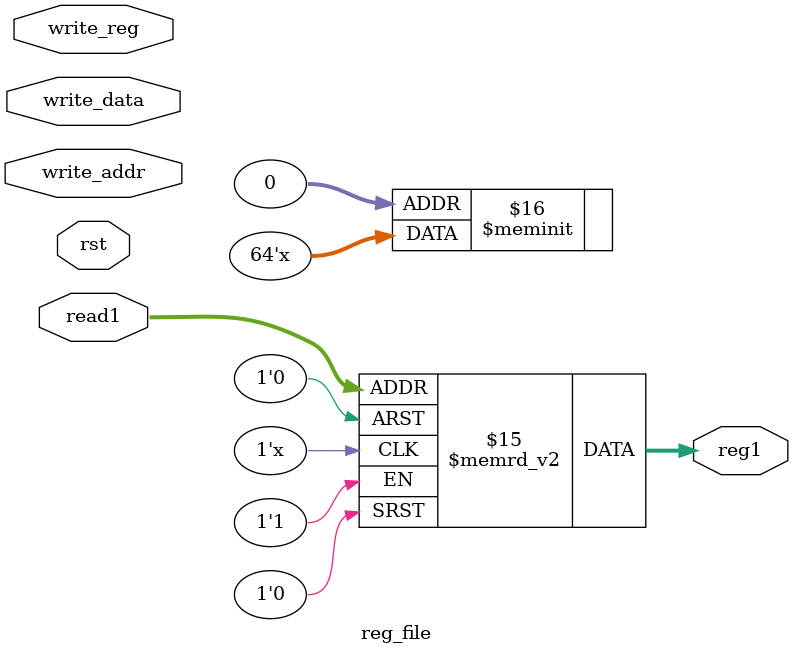
<source format=v>
module reg_file(read1,write_data,write_reg,write_addr,rst,reg1);
  
  // a regfile of #8 , 8 bit registers
  input[2:0] read1,write_addr;  //write_addr is for the write address
  input[7:0] write_data; // the data to be written
  input write_reg;  // whether to write or not
  input rst;
  output reg [7:0] reg1;

  reg [7:0] reg_mem[7:0];    
  
  
  //decoding the address
  
  always@(*) // changed from assign statement to always. why did  it work?
  begin
    reg1= reg_mem[read1];           //reading
    if(write_reg ==1'b1)	   //writing
    	reg_mem[write_addr]<= write_data;  //working only with non blocking statements
  
  end
         
  always@(posedge rst)
    begin
    reg_mem[0]= 0;
    reg_mem[1]= 1;
    reg_mem[2]= 2;
    reg_mem[3]= 3;
    reg_mem[4]= 4;
    reg_mem[5]= 5;
    reg_mem[6]= 6; 

    end   
    
 endmodule    
</source>
